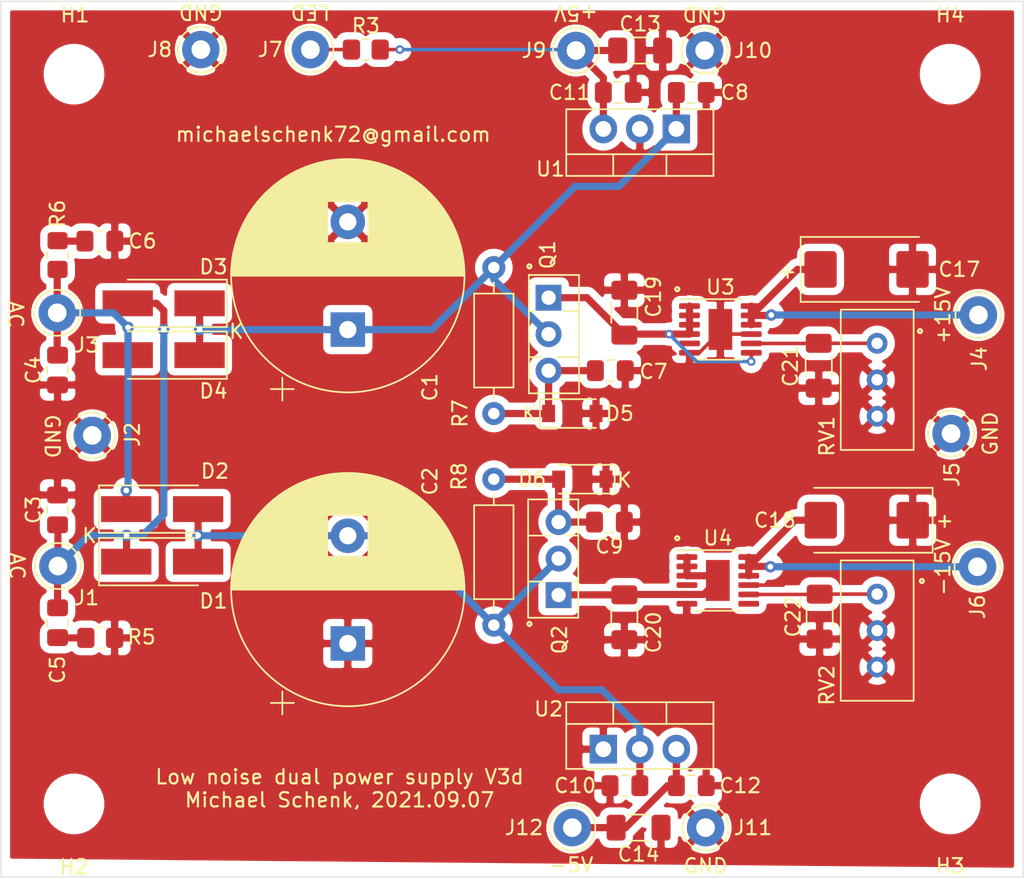
<source format=kicad_pcb>
(kicad_pcb (version 20171130) (host pcbnew "(5.1.10-1-10_14)")
  (layers (0 F.Cu signal) (31 B.Cu signal) (34 B.Paste user) (35 F.Paste user) (36 B.SilkS user) (37 F.SilkS user) (38 B.Mask user) (39 F.Mask user) (44 Edge.Cuts user))
  (net 0 "")
  (net 1 GND)
  (net 2 "Net-(C1-Pad1)")
  (net 3 "Net-(C4-Pad2)")
  (net 4 "Net-(C10-Pad2)")
  (net 5 "Net-(C11-Pad1)")
  (net 6 "Net-(C12-Pad2)")
  (net 7 "Net-(J7-Pad1)")
  (net 8 "Net-(C7-Pad1)")
  (net 9 "Net-(C9-Pad2)")
  (net 10 "Net-(C17-Pad1)")
  (net 11 "Net-(C18-Pad2)")
  (net 12 "Net-(C3-Pad1)")
  (net 13 "Net-(C5-Pad2)")
  (net 14 "Net-(C6-Pad2)")
  (net 15 "Net-(C19-Pad1)")
  (net 16 "Net-(C20-Pad2)")
  (net 17 "Net-(C21-Pad1)")
  (net 18 "Net-(C22-Pad2)")
  (module Capacitor_SMD:C_1206_3216Metric_Pad1.33x1.80mm_HandSolder (layer F.Cu) (at 124.3715 85.471 180)
    (fp_text reference C14 (at 0 -1.85) (layer F.SilkS))
    (fp_text value 10uF/25V)
    (pad 2 smd roundrect (at 1.5625 0 180) (size 1.325 1.8) (layers F.Cu F.Paste F.Mask) (roundrect_rratio 0.1886784905660377) (net 6 "Net-(C12-Pad2)"))
    (pad 1 smd roundrect (at -1.5625 0 180) (size 1.325 1.8) (layers F.Cu F.Paste F.Mask) (roundrect_rratio 0.1886784905660377) (net 1 GND))
  )
  (module Capacitor_SMD:C_1206_3216Metric_Pad1.33x1.80mm_HandSolder (layer F.Cu) (at 124.485 31.369)
    (fp_text reference C13 (at 0 -1.85) (layer F.SilkS))
    (fp_text value 10uF/25V)
    (pad 2 smd roundrect (at 1.5625 0) (size 1.325 1.8) (layers F.Cu F.Paste F.Mask) (roundrect_rratio 0.1886784905660377) (net 1 GND))
    (pad 1 smd roundrect (at -1.5625 0) (size 1.325 1.8) (layers F.Cu F.Paste F.Mask) (roundrect_rratio 0.1886784905660377) (net 5 "Net-(C11-Pad1)"))
  )
  (module Capacitor_SMD:C_0805_2012Metric_Pad1.18x1.45mm_HandSolder (layer F.Cu) (at 122.9575 34.29)
    (fp_text reference C11 (at -3.387 0) (layer F.SilkS))
    (fp_text value 100nF)
    (pad 2 smd roundrect (at 1.0375 0) (size 1.175 1.45) (layers F.Cu F.Paste F.Mask) (roundrect_rratio 0.2127659574468085) (net 1 GND))
    (pad 1 smd roundrect (at -1.0375 0) (size 1.175 1.45) (layers F.Cu F.Paste F.Mask) (roundrect_rratio 0.2127659574468085) (net 5 "Net-(C11-Pad1)"))
  )
  (module Resistor_THT:R_Axial_DIN0207_L6.3mm_D2.5mm_P10.16mm_Horizontal (layer F.Cu) (at 114.3 61.214 270)
    (fp_text reference R8 (at -0.1905 2.413 90) (layer F.SilkS))
    (fp_text value 430R/0.6W)
    (pad 2 thru_hole oval (at 10.16 0 270) (size 1.6 1.6) (drill 0.8) (layers *.Cu *.Mask) (net 4 "Net-(C10-Pad2)"))
    (pad 1 thru_hole circle (at 0 0 270) (size 1.6 1.6) (drill 0.8) (layers *.Cu *.Mask) (net 9 "Net-(C9-Pad2)"))
  )
  (module Resistor_THT:R_Axial_DIN0207_L6.3mm_D2.5mm_P10.16mm_Horizontal (layer F.Cu) (at 114.3 46.482 270)
    (fp_text reference R7 (at 10.16 2.3495 90) (layer F.SilkS))
    (fp_text value 430R/0.6W)
    (pad 2 thru_hole oval (at 10.16 0 270) (size 1.6 1.6) (drill 0.8) (layers *.Cu *.Mask) (net 8 "Net-(C7-Pad1)"))
    (pad 1 thru_hole circle (at 0 0 270) (size 1.6 1.6) (drill 0.8) (layers *.Cu *.Mask) (net 2 "Net-(C1-Pad1)"))
  )
  (module Resistor_SMD:R_0805_2012Metric_Pad1.20x1.40mm_HandSolder (layer F.Cu) (at 83.947 45.609 270)
    (fp_text reference R6 (at -2.8735 0 90) (layer F.SilkS))
    (fp_text value Rs/1/8W)
    (pad 2 smd roundrect (at 1 0 270) (size 1.2 1.4) (layers F.Cu F.Paste F.Mask) (roundrect_rratio 0.2083325) (net 3 "Net-(C4-Pad2)"))
    (pad 1 smd roundrect (at -1 0 270) (size 1.2 1.4) (layers F.Cu F.Paste F.Mask) (roundrect_rratio 0.2083325) (net 14 "Net-(C6-Pad2)"))
  )
  (module Resistor_SMD:R_0805_2012Metric_Pad1.20x1.40mm_HandSolder (layer F.Cu) (at 86.9155 72.263)
    (fp_text reference R5 (at 2.8735 -0.0635) (layer F.SilkS))
    (fp_text value Rs/1/8W)
    (pad 2 smd roundrect (at 1 0) (size 1.2 1.4) (layers F.Cu F.Paste F.Mask) (roundrect_rratio 0.2083325) (net 1 GND))
    (pad 1 smd roundrect (at -1 0) (size 1.2 1.4) (layers F.Cu F.Paste F.Mask) (roundrect_rratio 0.2083325) (net 13 "Net-(C5-Pad2)"))
  )
  (module Package_TO_SOT_THT:TO-126-3_Vertical (layer F.Cu) (at 118.8085 69.2785 90)
    (fp_text reference Q2 (at -3.1115 0.0635 90) (layer F.SilkS))
    (fp_text value BD140)
    (pad 3 thru_hole oval (at 5.08 0 90) (size 1.8 1.8) (drill 1) (layers *.Cu *.Mask) (net 9 "Net-(C9-Pad2)"))
    (pad 2 thru_hole oval (at 2.54 0 90) (size 1.8 1.8) (drill 1) (layers *.Cu *.Mask) (net 4 "Net-(C10-Pad2)"))
    (pad 1 thru_hole rect (at 0 0 90) (size 1.8 1.8) (drill 1) (layers *.Cu *.Mask) (net 16 "Net-(C20-Pad2)"))
  )
  (module Package_TO_SOT_THT:TO-126-3_Vertical (layer F.Cu) (at 118.11 48.5775 270)
    (fp_text reference Q1 (at -2.9845 0.0635 90) (layer F.SilkS))
    (fp_text value BD139)
    (pad 3 thru_hole oval (at 5.08 0 270) (size 1.8 1.8) (drill 1) (layers *.Cu *.Mask) (net 8 "Net-(C7-Pad1)"))
    (pad 2 thru_hole oval (at 2.54 0 270) (size 1.8 1.8) (drill 1) (layers *.Cu *.Mask) (net 2 "Net-(C1-Pad1)"))
    (pad 1 thru_hole rect (at 0 0 270) (size 1.8 1.8) (drill 1) (layers *.Cu *.Mask) (net 15 "Net-(C19-Pad1)"))
  )
  (module Diode_SMD:D_SOD-123 (layer F.Cu) (at 120.4585 61.214 180)
    (fp_text reference D6 (at 3.4915 0) (layer F.SilkS))
    (fp_text value MMSZ5247C/17V)
    (pad 2 smd rect (at 1.65 0 180) (size 0.9 1.2) (layers F.Cu F.Paste F.Mask) (net 9 "Net-(C9-Pad2)"))
    (pad 1 smd rect (at -1.65 0 180) (size 0.9 1.2) (layers F.Cu F.Paste F.Mask) (net 1 GND))
  )
  (module Diode_SMD:D_SOD-123 (layer F.Cu) (at 119.76 56.642)
    (fp_text reference D5 (at 3.303 0) (layer F.SilkS))
    (fp_text value MMSZ5247C/17V)
    (pad 2 smd rect (at 1.65 0) (size 0.9 1.2) (layers F.Cu F.Paste F.Mask) (net 1 GND))
    (pad 1 smd rect (at -1.65 0) (size 0.9 1.2) (layers F.Cu F.Paste F.Mask) (net 8 "Net-(C7-Pad1)"))
  )
  (module Capacitor_SMD:C_1206_3216Metric_Pad1.33x1.80mm_HandSolder (layer F.Cu) (at 136.9695 70.7775 90)
    (fp_text reference C22 (at 0 -1.85 90) (layer F.SilkS))
    (fp_text value 4.7uF/25V)
    (pad 2 smd roundrect (at 1.5625 0 90) (size 1.325 1.8) (layers F.Cu F.Paste F.Mask) (roundrect_rratio 0.1886784905660377) (net 18 "Net-(C22-Pad2)"))
    (pad 1 smd roundrect (at -1.5625 0 90) (size 1.325 1.8) (layers F.Cu F.Paste F.Mask) (roundrect_rratio 0.1886784905660377) (net 1 GND))
  )
  (module Capacitor_SMD:C_1206_3216Metric_Pad1.33x1.80mm_HandSolder (layer F.Cu) (at 136.906 53.315 270)
    (fp_text reference C21 (at 0.025 1.9685 90) (layer F.SilkS))
    (fp_text value 4.7uF/25V)
    (pad 2 smd roundrect (at 1.5625 0 270) (size 1.325 1.8) (layers F.Cu F.Paste F.Mask) (roundrect_rratio 0.1886784905660377) (net 1 GND))
    (pad 1 smd roundrect (at -1.5625 0 270) (size 1.325 1.8) (layers F.Cu F.Paste F.Mask) (roundrect_rratio 0.1886784905660377) (net 17 "Net-(C21-Pad1)"))
  )
  (module Capacitor_SMD:C_1206_3216Metric_Pad1.33x1.80mm_HandSolder (layer F.Cu) (at 123.3805 70.8275 90)
    (fp_text reference C20 (at -1.0545 2.032 90) (layer F.SilkS))
    (fp_text value 4.7uF/25V)
    (pad 2 smd roundrect (at 1.5625 0 90) (size 1.325 1.8) (layers F.Cu F.Paste F.Mask) (roundrect_rratio 0.1886784905660377) (net 16 "Net-(C20-Pad2)"))
    (pad 1 smd roundrect (at -1.5625 0 90) (size 1.325 1.8) (layers F.Cu F.Paste F.Mask) (roundrect_rratio 0.1886784905660377) (net 1 GND))
  )
  (module Capacitor_SMD:C_1206_3216Metric_Pad1.33x1.80mm_HandSolder (layer F.Cu) (at 123.3805 49.6185 90)
    (fp_text reference C19 (at 1.1045 2.032 90) (layer F.SilkS))
    (fp_text value 4.7uF/25V)
    (pad 2 smd roundrect (at 1.5625 0 90) (size 1.325 1.8) (layers F.Cu F.Paste F.Mask) (roundrect_rratio 0.1886784905660377) (net 1 GND))
    (pad 1 smd roundrect (at -1.5625 0 90) (size 1.325 1.8) (layers F.Cu F.Paste F.Mask) (roundrect_rratio 0.1886784905660377) (net 15 "Net-(C19-Pad1)"))
  )
  (module Capacitor_SMD:C_0805_2012Metric_Pad1.18x1.45mm_HandSolder (layer F.Cu) (at 122.343 64.1985 180)
    (fp_text reference C9 (at 0 -1.68) (layer F.SilkS))
    (fp_text value 100nF)
    (pad 2 smd roundrect (at 1.0375 0 180) (size 1.175 1.45) (layers F.Cu F.Paste F.Mask) (roundrect_rratio 0.2127659574468085) (net 9 "Net-(C9-Pad2)"))
    (pad 1 smd roundrect (at -1.0375 0 180) (size 1.175 1.45) (layers F.Cu F.Paste F.Mask) (roundrect_rratio 0.2127659574468085) (net 1 GND))
  )
  (module Capacitor_SMD:C_0805_2012Metric_Pad1.18x1.45mm_HandSolder (layer F.Cu) (at 122.4065 53.6575)
    (fp_text reference C7 (at 3.006 0.0635) (layer F.SilkS))
    (fp_text value 100nF)
    (pad 2 smd roundrect (at 1.0375 0) (size 1.175 1.45) (layers F.Cu F.Paste F.Mask) (roundrect_rratio 0.2127659574468085) (net 1 GND))
    (pad 1 smd roundrect (at -1.0375 0) (size 1.175 1.45) (layers F.Cu F.Paste F.Mask) (roundrect_rratio 0.2127659574468085) (net 8 "Net-(C7-Pad1)"))
  )
  (module Capacitor_SMD:C_0805_2012Metric_Pad1.18x1.45mm_HandSolder (layer F.Cu) (at 86.8895 44.6405 180)
    (fp_text reference C6 (at -2.963 0) (layer F.SilkS))
    (fp_text value Cs/50V)
    (pad 2 smd roundrect (at 1.0375 0 180) (size 1.175 1.45) (layers F.Cu F.Paste F.Mask) (roundrect_rratio 0.2127659574468085) (net 14 "Net-(C6-Pad2)"))
    (pad 1 smd roundrect (at -1.0375 0 180) (size 1.175 1.45) (layers F.Cu F.Paste F.Mask) (roundrect_rratio 0.2127659574468085) (net 1 GND))
  )
  (module Capacitor_SMD:C_0805_2012Metric_Pad1.18x1.45mm_HandSolder (layer F.Cu) (at 83.947 71.205 270)
    (fp_text reference C5 (at 3.2805 0 90) (layer F.SilkS))
    (fp_text value Cs/50V)
    (pad 2 smd roundrect (at 1.0375 0 270) (size 1.175 1.45) (layers F.Cu F.Paste F.Mask) (roundrect_rratio 0.2127659574468085) (net 13 "Net-(C5-Pad2)"))
    (pad 1 smd roundrect (at -1.0375 0 270) (size 1.175 1.45) (layers F.Cu F.Paste F.Mask) (roundrect_rratio 0.2127659574468085) (net 12 "Net-(C3-Pad1)"))
  )
  (module Capacitor_SMD:C_0805_2012Metric_Pad1.18x1.45mm_HandSolder (layer F.Cu) (at 83.947 53.6155 90)
    (fp_text reference C4 (at 0 -1.68 90) (layer F.SilkS))
    (fp_text value Cx/10nF/50V)
    (pad 2 smd roundrect (at 1.0375 0 90) (size 1.175 1.45) (layers F.Cu F.Paste F.Mask) (roundrect_rratio 0.2127659574468085) (net 3 "Net-(C4-Pad2)"))
    (pad 1 smd roundrect (at -1.0375 0 90) (size 1.175 1.45) (layers F.Cu F.Paste F.Mask) (roundrect_rratio 0.2127659574468085) (net 1 GND))
  )
  (module Capacitor_SMD:C_0805_2012Metric_Pad1.18x1.45mm_HandSolder (layer F.Cu) (at 83.947 63.3515 90)
    (fp_text reference C3 (at 0 -1.68 90) (layer F.SilkS))
    (fp_text value Cx/10nF/50V)
    (pad 2 smd roundrect (at 1.0375 0 90) (size 1.175 1.45) (layers F.Cu F.Paste F.Mask) (roundrect_rratio 0.2127659574468085) (net 1 GND))
    (pad 1 smd roundrect (at -1.0375 0 90) (size 1.175 1.45) (layers F.Cu F.Paste F.Mask) (roundrect_rratio 0.2127659574468085) (net 12 "Net-(C3-Pad1)"))
  )
  (module Capacitor_Tantalum_SMD:CP_EIA-7343-31_Kemet-D_Pad2.25x2.55mm_HandSolder (layer F.Cu) (at 140.2465 64.0715 180)
    (fp_text reference C18 (at 6.3885 0) (layer F.SilkS))
    (fp_text value 33uF)
    (pad 2 smd roundrect (at 3.2 0 180) (size 2.25 2.55) (layers F.Cu F.Paste F.Mask) (roundrect_rratio 0.1111106666666667) (net 11 "Net-(C18-Pad2)"))
    (pad 1 smd roundrect (at -3.2 0 180) (size 2.25 2.55) (layers F.Cu F.Paste F.Mask) (roundrect_rratio 0.1111106666666667) (net 1 GND))
  )
  (module Capacitor_Tantalum_SMD:CP_EIA-7343-31_Kemet-D_Pad2.25x2.55mm_HandSolder (layer F.Cu) (at 140.233 46.609)
    (fp_text reference C17 (at 6.452 0) (layer F.SilkS))
    (fp_text value 33uF)
    (pad 2 smd roundrect (at 3.2 0) (size 2.25 2.55) (layers F.Cu F.Paste F.Mask) (roundrect_rratio 0.1111106666666667) (net 1 GND))
    (pad 1 smd roundrect (at -3.2 0) (size 2.25 2.55) (layers F.Cu F.Paste F.Mask) (roundrect_rratio 0.1111106666666667) (net 10 "Net-(C17-Pad1)"))
  )
  (module Package_TO_SOT_THT:TO-220-3_Vertical (layer F.Cu) (at 121.92 80.01)
    (fp_text reference U2 (at -3.81 -2.794) (layer F.SilkS))
    (fp_text value LM7905_TO220)
    (pad 3 thru_hole oval (at 5.08 0) (size 1.905 2) (drill 1.1) (layers *.Cu *.Mask) (net 6 "Net-(C12-Pad2)"))
    (pad 2 thru_hole oval (at 2.54 0) (size 1.905 2) (drill 1.1) (layers *.Cu *.Mask) (net 4 "Net-(C10-Pad2)"))
    (pad 1 thru_hole rect (at 0 0) (size 1.905 2) (drill 1.1) (layers *.Cu *.Mask) (net 1 GND))
  )
  (module Package_TO_SOT_THT:TO-220-3_Vertical (layer F.Cu) (at 127 36.83 180)
    (fp_text reference U1 (at 8.763 -2.794) (layer F.SilkS))
    (fp_text value LM7805_TO220)
    (pad 3 thru_hole oval (at 5.08 0 180) (size 1.905 2) (drill 1.1) (layers *.Cu *.Mask) (net 5 "Net-(C11-Pad1)"))
    (pad 2 thru_hole oval (at 2.54 0 180) (size 1.905 2) (drill 1.1) (layers *.Cu *.Mask) (net 1 GND))
    (pad 1 thru_hole rect (at 0 0 180) (size 1.905 2) (drill 1.1) (layers *.Cu *.Mask) (net 2 "Net-(C1-Pad1)"))
  )
  (module Diode_SMD:D_SMA_Handsoldering (layer F.Cu) (at 91.3276 52.578 180)
    (fp_text reference D4 (at -3.4652 -2.5) (layer F.SilkS))
    (fp_text value BYG20D)
    (pad 2 smd rect (at 2.5 0 180) (size 3.5 1.8) (layers F.Cu F.Paste F.Mask) (net 3 "Net-(C4-Pad2)"))
    (pad 1 smd rect (at -2.5 0 180) (size 3.5 1.8) (layers F.Cu F.Paste F.Mask) (net 2 "Net-(C1-Pad1)"))
  )
  (module Diode_SMD:D_SMA_Handsoldering (layer F.Cu) (at 91.3276 48.9712 180)
    (fp_text reference D3 (at -3.4652 2.54) (layer F.SilkS))
    (fp_text value BYG20D)
    (pad 2 smd rect (at 2.5 0 180) (size 3.5 1.8) (layers F.Cu F.Paste F.Mask) (net 12 "Net-(C3-Pad1)"))
    (pad 1 smd rect (at -2.5 0 180) (size 3.5 1.8) (layers F.Cu F.Paste F.Mask) (net 2 "Net-(C1-Pad1)"))
  )
  (module Diode_SMD:D_SMA_Handsoldering (layer F.Cu) (at 91.226 63.2968)
    (fp_text reference D2 (at 3.6684 -2.6416) (layer F.SilkS))
    (fp_text value BYG20D)
    (pad 2 smd rect (at 2.5 0) (size 3.5 1.8) (layers F.Cu F.Paste F.Mask) (net 4 "Net-(C10-Pad2)"))
    (pad 1 smd rect (at -2.5 0) (size 3.5 1.8) (layers F.Cu F.Paste F.Mask) (net 3 "Net-(C4-Pad2)"))
  )
  (module Diode_SMD:D_SMA_Handsoldering (layer F.Cu) (at 91.226 66.9544)
    (fp_text reference D1 (at 3.5668 2.7432) (layer F.SilkS))
    (fp_text value BYG20D)
    (pad 2 smd rect (at 2.5 0) (size 3.5 1.8) (layers F.Cu F.Paste F.Mask) (net 4 "Net-(C10-Pad2)"))
    (pad 1 smd rect (at -2.5 0) (size 3.5 1.8) (layers F.Cu F.Paste F.Mask) (net 12 "Net-(C3-Pad1)"))
  )
  (module Package_SO:MSOP-12-1EP_3x4mm_P0.65mm_EP1.65x2.85mm (layer F.Cu) (at 129.8866 68.2619)
    (fp_text reference U4 (at 0 -2.95) (layer F.SilkS))
    (fp_text value LT3094xMSE)
    (pad 13 smd rect (at 0 0) (size 1.65 2.85) (layers F.Cu F.Mask) (net 16 "Net-(C20-Pad2)"))
    (pad 12 smd roundrect (at 2.15 -1.625) (size 1.45 0.4) (layers F.Cu F.Paste F.Mask) (net 11 "Net-(C18-Pad2)"))
    (pad 11 smd roundrect (at 2.15 -0.975) (size 1.45 0.4) (layers F.Cu F.Paste F.Mask) (net 11 "Net-(C18-Pad2)"))
    (pad 10 smd roundrect (at 2.15 -0.325) (size 1.45 0.4) (layers F.Cu F.Paste F.Mask) (net 11 "Net-(C18-Pad2)"))
    (pad 9 smd roundrect (at 2.15 0.325) (size 1.45 0.4) (layers F.Cu F.Paste F.Mask) (net 1 GND))
    (pad 8 smd roundrect (at 2.15 0.975) (size 1.45 0.4) (layers F.Cu F.Paste F.Mask) (net 18 "Net-(C22-Pad2)"))
    (pad 7 smd roundrect (at 2.15 1.625) (size 1.45 0.4) (layers F.Cu F.Paste F.Mask))
    (pad 6 smd roundrect (at -2.15 1.625) (size 1.45 0.4) (layers F.Cu F.Paste F.Mask) (net 1 GND))
    (pad 5 smd roundrect (at -2.15 0.975) (size 1.45 0.4) (layers F.Cu F.Paste F.Mask) (net 16 "Net-(C20-Pad2)"))
    (pad 4 smd roundrect (at -2.15 0.325) (size 1.45 0.4) (layers F.Cu F.Paste F.Mask))
    (pad 3 smd roundrect (at -2.15 -0.325) (size 1.45 0.4) (layers F.Cu F.Paste F.Mask) (net 16 "Net-(C20-Pad2)"))
    (pad 2 smd roundrect (at -2.15 -0.975) (size 1.45 0.4) (layers F.Cu F.Paste F.Mask) (net 16 "Net-(C20-Pad2)"))
    (pad 1 smd roundrect (at -2.15 -1.625) (size 1.45 0.4) (layers F.Cu F.Paste F.Mask) (net 16 "Net-(C20-Pad2)"))
  )
  (module Capacitor_THT:CP_Radial_D16.0mm_P7.50mm (layer F.Cu) (at 104.14 72.651 90)
    (fp_text reference C2 (at 11.2846 5.715 90) (layer F.SilkS))
    (fp_text value 2200uF)
    (pad 2 thru_hole circle (at 7.5 0 90) (size 2.4 2.4) (drill 1.2) (layers *.Cu *.Mask) (net 4 "Net-(C10-Pad2)"))
    (pad 1 thru_hole rect (at 0 0 90) (size 2.4 2.4) (drill 1.2) (layers *.Cu *.Mask) (net 1 GND))
  )
  (module Capacitor_THT:CP_Radial_D16.0mm_P7.50mm (layer F.Cu) (at 104.14 50.8 90)
    (fp_text reference C1 (at -4.0132 5.715 90) (layer F.SilkS))
    (fp_text value 2200uF)
    (pad 2 thru_hole circle (at 7.5 0 90) (size 2.4 2.4) (drill 1.2) (layers *.Cu *.Mask) (net 1 GND))
    (pad 1 thru_hole rect (at 0 0 90) (size 2.4 2.4) (drill 1.2) (layers *.Cu *.Mask) (net 2 "Net-(C1-Pad1)"))
  )
  (module Resistor_SMD:R_0805_2012Metric_Pad1.20x1.40mm_HandSolder (layer F.Cu) (at 105.394 31.3055)
    (fp_text reference R3 (at 0 -1.65) (layer F.SilkS))
    (fp_text value 240R)
    (pad 2 smd roundrect (at 1 0) (size 1.2 1.4) (layers F.Cu F.Paste F.Mask) (roundrect_rratio 0.2083325) (net 5 "Net-(C11-Pad1)"))
    (pad 1 smd roundrect (at -1 0) (size 1.2 1.4) (layers F.Cu F.Paste F.Mask) (roundrect_rratio 0.2083325) (net 7 "Net-(J7-Pad1)"))
  )
  (module Connector_Pin:Pin_D1.3mm_L11.0mm (layer F.Cu) (at 119.761 85.471)
    (fp_text reference J12 (at -3.3655 0) (layer F.SilkS))
    (fp_text value -5V)
    (pad 1 thru_hole circle (at 0 0) (size 2.6 2.6) (drill 1.3) (layers *.Cu *.Mask) (net 6 "Net-(C12-Pad2)"))
  )
  (module Connector_Pin:Pin_D1.3mm_L11.0mm (layer F.Cu) (at 129.032 85.471)
    (fp_text reference J11 (at 3.302 0) (layer F.SilkS))
    (fp_text value GND)
    (pad 1 thru_hole circle (at 0 0) (size 2.6 2.6) (drill 1.3) (layers *.Cu *.Mask) (net 1 GND))
  )
  (module Connector_Pin:Pin_D1.3mm_L11.0mm (layer F.Cu) (at 128.9685 31.369)
    (fp_text reference J10 (at 3.3655 0) (layer F.SilkS))
    (fp_text value GND)
    (pad 1 thru_hole circle (at 0 0) (size 2.6 2.6) (drill 1.3) (layers *.Cu *.Mask) (net 1 GND))
  )
  (module Connector_Pin:Pin_D1.3mm_L11.0mm (layer F.Cu) (at 120.015 31.369)
    (fp_text reference J9 (at -2.921 0 180) (layer F.SilkS))
    (fp_text value +5V)
    (pad 1 thru_hole circle (at 0 0) (size 2.6 2.6) (drill 1.3) (layers *.Cu *.Mask) (net 5 "Net-(C11-Pad1)"))
  )
  (module Connector_Pin:Pin_D1.3mm_L11.0mm (layer F.Cu) (at 93.9165 31.3055)
    (fp_text reference J8 (at -2.8575 0) (layer F.SilkS))
    (fp_text value GND)
    (pad 1 thru_hole circle (at 0 0) (size 2.6 2.6) (drill 1.3) (layers *.Cu *.Mask) (net 1 GND))
  )
  (module Connector_Pin:Pin_D1.3mm_L11.0mm (layer F.Cu) (at 101.5365 31.3055)
    (fp_text reference J7 (at -2.794 0) (layer F.SilkS))
    (fp_text value LED)
    (pad 1 thru_hole circle (at 0 0) (size 2.6 2.6) (drill 1.3) (layers *.Cu *.Mask) (net 7 "Net-(J7-Pad1)"))
  )
  (module Capacitor_SMD:C_0805_2012Metric_Pad1.18x1.45mm_HandSolder (layer F.Cu) (at 128.0375 82.55 180)
    (fp_text reference C12 (at -3.4075 0) (layer F.SilkS))
    (fp_text value 100nF)
    (pad 2 smd roundrect (at 1.0375 0 180) (size 1.175 1.45) (layers F.Cu F.Paste F.Mask) (roundrect_rratio 0.2127659574468085) (net 6 "Net-(C12-Pad2)"))
    (pad 1 smd roundrect (at -1.0375 0 180) (size 1.175 1.45) (layers F.Cu F.Paste F.Mask) (roundrect_rratio 0.2127659574468085) (net 1 GND))
  )
  (module Capacitor_SMD:C_0805_2012Metric_Pad1.18x1.45mm_HandSolder (layer F.Cu) (at 123.4225 82.55)
    (fp_text reference C10 (at -3.471 0) (layer F.SilkS))
    (fp_text value 330nF)
    (pad 2 smd roundrect (at 1.0375 0) (size 1.175 1.45) (layers F.Cu F.Paste F.Mask) (roundrect_rratio 0.2127659574468085) (net 4 "Net-(C10-Pad2)"))
    (pad 1 smd roundrect (at -1.0375 0) (size 1.175 1.45) (layers F.Cu F.Paste F.Mask) (roundrect_rratio 0.2127659574468085) (net 1 GND))
  )
  (module Capacitor_SMD:C_0805_2012Metric_Pad1.18x1.45mm_HandSolder (layer F.Cu) (at 128.0375 34.29)
    (fp_text reference C8 (at 3.0265 0) (layer F.SilkS))
    (fp_text value 330nF)
    (pad 2 smd roundrect (at 1.0375 0) (size 1.175 1.45) (layers F.Cu F.Paste F.Mask) (roundrect_rratio 0.2127659574468085) (net 1 GND))
    (pad 1 smd roundrect (at -1.0375 0) (size 1.175 1.45) (layers F.Cu F.Paste F.Mask) (roundrect_rratio 0.2127659574468085) (net 2 "Net-(C1-Pad1)"))
  )
  (module Potentiometer_THT:Potentiometer_Bourns_3296W_Vertical (layer F.Cu) (at 140.97 69.215 90)
    (fp_text reference RV2 (at -6.35 -3.4925 90) (layer F.SilkS))
    (fp_text value 200k)
    (pad 3 thru_hole circle (at -5.08 0 90) (size 1.44 1.44) (drill 0.8) (layers *.Cu *.Mask) (net 1 GND))
    (pad 2 thru_hole circle (at -2.54 0 90) (size 1.44 1.44) (drill 0.8) (layers *.Cu *.Mask) (net 1 GND))
    (pad 1 thru_hole circle (at 0 0 90) (size 1.44 1.44) (drill 0.8) (layers *.Cu *.Mask) (net 18 "Net-(C22-Pad2)"))
  )
  (module Package_SO:MSOP-12-1EP_3x4mm_P0.65mm_EP1.65x2.85mm (layer F.Cu) (at 130.0644 50.7879)
    (fp_text reference U3 (at 0 -2.95) (layer F.SilkS))
    (fp_text value LT3045xMSE)
    (pad 13 smd rect (at 0 0) (size 1.65 2.85) (layers F.Cu F.Mask) (net 1 GND))
    (pad 12 smd roundrect (at 2.15 -1.625) (size 1.45 0.4) (layers F.Cu F.Paste F.Mask) (net 10 "Net-(C17-Pad1)"))
    (pad 11 smd roundrect (at 2.15 -0.975) (size 1.45 0.4) (layers F.Cu F.Paste F.Mask) (net 10 "Net-(C17-Pad1)"))
    (pad 10 smd roundrect (at 2.15 -0.325) (size 1.45 0.4) (layers F.Cu F.Paste F.Mask) (net 10 "Net-(C17-Pad1)"))
    (pad 9 smd roundrect (at 2.15 0.325) (size 1.45 0.4) (layers F.Cu F.Paste F.Mask) (net 1 GND))
    (pad 8 smd roundrect (at 2.15 0.975) (size 1.45 0.4) (layers F.Cu F.Paste F.Mask) (net 17 "Net-(C21-Pad1)"))
    (pad 7 smd roundrect (at 2.15 1.625) (size 1.45 0.4) (layers F.Cu F.Paste F.Mask) (net 15 "Net-(C19-Pad1)"))
    (pad 6 smd roundrect (at -2.15 1.625) (size 1.45 0.4) (layers F.Cu F.Paste F.Mask) (net 1 GND))
    (pad 5 smd roundrect (at -2.15 0.975) (size 1.45 0.4) (layers F.Cu F.Paste F.Mask))
    (pad 4 smd roundrect (at -2.15 0.325) (size 1.45 0.4) (layers F.Cu F.Paste F.Mask) (net 15 "Net-(C19-Pad1)"))
    (pad 3 smd roundrect (at -2.15 -0.325) (size 1.45 0.4) (layers F.Cu F.Paste F.Mask) (net 15 "Net-(C19-Pad1)"))
    (pad 2 smd roundrect (at -2.15 -0.975) (size 1.45 0.4) (layers F.Cu F.Paste F.Mask) (net 15 "Net-(C19-Pad1)"))
    (pad 1 smd roundrect (at -2.15 -1.625) (size 1.45 0.4) (layers F.Cu F.Paste F.Mask) (net 15 "Net-(C19-Pad1)"))
  )
  (module Potentiometer_THT:Potentiometer_Bourns_3296W_Vertical (layer F.Cu) (at 140.97 51.7525 90)
    (fp_text reference RV1 (at -6.477 -3.4925 90) (layer F.SilkS))
    (fp_text value 200k)
    (pad 3 thru_hole circle (at -5.08 0 90) (size 1.44 1.44) (drill 0.8) (layers *.Cu *.Mask) (net 1 GND))
    (pad 2 thru_hole circle (at -2.54 0 90) (size 1.44 1.44) (drill 0.8) (layers *.Cu *.Mask) (net 1 GND))
    (pad 1 thru_hole circle (at 0 0 90) (size 1.44 1.44) (drill 0.8) (layers *.Cu *.Mask) (net 17 "Net-(C21-Pad1)"))
  )
  (module Connector_Pin:Pin_D1.3mm_L11.0mm (layer F.Cu) (at 147.955 67.31)
    (fp_text reference J6 (at 0 2.794 90) (layer F.SilkS))
    (fp_text value -15V)
    (pad 1 thru_hole circle (at 0 0) (size 2.6 2.6) (drill 1.3) (layers *.Cu *.Mask) (net 11 "Net-(C18-Pad2)"))
  )
  (module Connector_Pin:Pin_D1.3mm_L11.0mm (layer F.Cu) (at 146.1135 58.039)
    (fp_text reference J5 (at 0.0635 2.8575 90) (layer F.SilkS))
    (fp_text value GND)
    (pad 1 thru_hole circle (at 0 0) (size 2.6 2.6) (drill 1.3) (layers *.Cu *.Mask) (net 1 GND))
  )
  (module Connector_Pin:Pin_D1.3mm_L11.0mm (layer F.Cu) (at 148.0185 49.784)
    (fp_text reference J4 (at 0.0635 3.048 90) (layer F.SilkS))
    (fp_text value +15V)
    (pad 1 thru_hole circle (at 0 0) (size 2.6 2.6) (drill 1.3) (layers *.Cu *.Mask) (net 10 "Net-(C17-Pad1)"))
  )
  (module Connector_Pin:Pin_D1.3mm_L11.0mm (layer F.Cu) (at 83.9216 49.6316)
    (fp_text reference J3 (at 2.0574 2.2479 180) (layer F.SilkS))
    (fp_text value AC)
    (pad 1 thru_hole circle (at 0 0) (size 2.6 2.6) (drill 1.3) (layers *.Cu *.Mask) (net 3 "Net-(C4-Pad2)"))
  )
  (module Connector_Pin:Pin_D1.3mm_L11.0mm (layer F.Cu) (at 86.36 58.166)
    (fp_text reference J2 (at 2.794 -0.0635 270) (layer F.SilkS))
    (fp_text value GND)
    (pad 1 thru_hole circle (at 0 0) (size 2.6 2.6) (drill 1.3) (layers *.Cu *.Mask) (net 1 GND))
  )
  (module Connector_Pin:Pin_D1.3mm_L11.0mm (layer F.Cu) (at 83.9724 67.2592)
    (fp_text reference J1 (at 2.0066 2.2098) (layer F.SilkS))
    (fp_text value AC)
    (pad 1 thru_hole circle (at 0 0) (size 2.6 2.6) (drill 1.3) (layers *.Cu *.Mask) (net 12 "Net-(C3-Pad1)"))
  )
  (module MountingHole:MountingHole_3.2mm_M3 (layer F.Cu) (at 146.05 33.02)
    (fp_text reference H4 (at 0 -4.1275) (layer F.SilkS))
    (fp_text value MountingHole)
    (pad 1 np_thru_hole circle (at 0 0) (size 3.2 3.2) (drill 3.2) (layers *.Cu *.Mask))
  )
  (module MountingHole:MountingHole_3.2mm_M3 (layer F.Cu) (at 146.05 83.82)
    (fp_text reference H3 (at 0 4.318) (layer F.SilkS))
    (fp_text value MountingHole)
    (pad 1 np_thru_hole circle (at 0 0) (size 3.2 3.2) (drill 3.2) (layers *.Cu *.Mask))
  )
  (module MountingHole:MountingHole_3.2mm_M3 (layer F.Cu) (at 85.09 83.82)
    (fp_text reference H2 (at 0 4.3815) (layer F.SilkS))
    (fp_text value MountingHole)
    (pad 1 np_thru_hole circle (at 0 0) (size 3.2 3.2) (drill 3.2) (layers *.Cu *.Mask))
  )
  (module MountingHole:MountingHole_3.2mm_M3 (layer F.Cu) (at 85.09 33.02)
    (fp_text reference H1 (at 0.0635 -4.1275) (layer F.SilkS))
    (fp_text value MountingHole)
    (pad 1 np_thru_hole circle (at 0 0) (size 3.2 3.2) (drill 3.2) (layers *.Cu *.Mask))
  )
  (gr_text ° (at 116.7765 71.6915) (layer F.SilkS) (effects (font (size 1 1))))
  (gr_text ° (at 116.7765 46.7995) (layer F.SilkS) (effects (font (size 1 1))))
  (gr_text + (at 145.669 64.0715) (layer F.SilkS) (effects (font (size 1 1))))
  (gr_text + (at 134.747 46.736) (layer F.SilkS) (effects (font (size 1 1))))
  (gr_text ° (at 144.0815 68.707) (layer F.SilkS) (effects (font (size 1 1))))
  (gr_text ° (at 143.9545 51.308) (layer F.SilkS) (effects (font (size 1 1))))
  (gr_text ° (at 127.0635 65.7225) (layer F.SilkS) (effects (font (size 1 1))))
  (gr_text ° (at 127.0635 48.387) (layer F.SilkS) (effects (font (size 1 1))))
  (gr_text K (at 123.3805 61.2775) (layer F.SilkS) (effects (font (size 1 1))))
  (gr_text K (at 116.7765 56.642) (layer F.SilkS) (effects (font (size 1 1))))
  (gr_text K (at 86.1695 65.151) (layer F.SilkS) (effects (font (size 1 1))))
  (gr_text K (at 96.393 50.927) (layer F.SilkS) (effects (font (size 1 1))))
  (gr_text "Low noise dual power supply V3d\nMichael Schenk, 2021.09.07" (at 103.5685 82.7405) (layer F.SilkS) (effects (font (size 1 1))))
  (gr_text GND (at 128.9685 28.829 180) (layer F.SilkS) (effects (font (size 1 1))))
  (gr_text +5V (at 120.015 28.7655 180) (layer F.SilkS) (effects (font (size 1 1))))
  (gr_text -5V (at 119.6975 88.0745) (layer F.SilkS) (effects (font (size 1 1))))
  (gr_text GND (at 129.032 88.138) (layer F.SilkS) (effects (font (size 1 1))))
  (gr_text GND (at 93.9165 28.702 180) (layer F.SilkS) (effects (font (size 1 1))))
  (gr_text LED (at 101.5365 28.702 180) (layer F.SilkS) (effects (font (size 1 1))))
  (gr_line (start 80.01 27.94) (end 80.01 88.9) (layer Edge.Cuts) (width 0.05))
  (gr_line (start 151.13 27.94) (end 80.01 27.94) (layer Edge.Cuts) (width 0.05))
  (gr_line (start 151.13 88.9) (end 151.13 27.94) (layer Edge.Cuts) (width 0.05))
  (gr_line (start 80.01 88.9) (end 151.13 88.9) (layer Edge.Cuts) (width 0.05))
  (gr_text michaelschenk72@gmail.com (at 103.124 37.211) (layer F.SilkS) (effects (font (size 1 1))))
  (gr_text GND (at 83.566 58.2295 270) (layer F.SilkS) (effects (font (size 1 1))))
  (gr_text AC (at 81.1276 67.2592 270) (layer F.SilkS) (effects (font (size 1 1))))
  (gr_text AC (at 81.026 49.7332 270) (layer F.SilkS) (effects (font (size 1 1))))
  (gr_text -15V (at 145.542 67.31 90) (layer F.SilkS) (effects (font (size 1 1))))
  (gr_text GND (at 148.844 58.039 90) (layer F.SilkS) (effects (font (size 1 1))))
  (gr_text +15V (at 145.542 49.784 90) (layer F.SilkS) (effects (font (size 1 1))))
  (segment (start 130.0644 50.9879) (end 130.0644 50.7879) (width 0.25) (layer F.Cu) (net 1))
  (segment (start 130.3894 51.1129) (end 130.0644 50.7879) (width 0.25) (layer F.Cu) (net 1))
  (segment (start 132.2144 51.1129) (end 130.3894 51.1129) (width 0.25) (layer F.Cu) (net 1))
  (segment (start 130.0644 50.938958) (end 130.0644 50.7879) (width 0.25) (layer F.Cu) (net 1))
  (segment (start 128.590458 52.4129) (end 130.0644 50.938958) (width 0.25) (layer F.Cu) (net 1))
  (segment (start 127.9144 52.4129) (end 128.590458 52.4129) (width 0.25) (layer F.Cu) (net 1))
  (segment (start 127.7112 69.96231) (end 127.7366 69.93691) (width 0.5) (layer F.Cu) (net 1))
  (segment (start 132.0805 68.6308) (end 132.0366 68.5869) (width 0.25) (layer F.Cu) (net 1))
  (segment (start 127.7112 71.0692) (end 127.7112 69.96231) (width 0.5) (layer F.Cu) (net 1))
  (segment (start 132.0366 68.5869) (end 134.4226 68.5869) (width 0.25) (layer F.Cu) (net 1))
  (segment (start 134.4226 68.5869) (end 136.5885 66.421) (width 0.25) (layer F.Cu) (net 1))
  (segment (start 93.8276 52.244) (end 93.7984 52.2732) (width 0.5) (layer F.Cu) (net 2))
  (via (at 93.8276 50.8) (size 0.8) (drill 0.4) (layers F.Cu B.Cu) (net 2))
  (segment (start 93.8276 50.8) (end 93.8276 48.9712) (width 0.5) (layer F.Cu) (net 2))
  (segment (start 93.8276 50.8) (end 93.8276 52.578) (width 0.5) (layer F.Cu) (net 2))
  (segment (start 109.982 50.8) (end 114.3 46.482) (width 0.5) (layer B.Cu) (net 2))
  (segment (start 104.14 50.8) (end 109.982 50.8) (width 0.5) (layer B.Cu) (net 2))
  (segment (start 114.3 47.3075) (end 114.3 46.482) (width 0.5) (layer B.Cu) (net 2))
  (segment (start 118.11 51.1175) (end 114.3 47.3075) (width 0.5) (layer B.Cu) (net 2))
  (segment (start 127 36.83) (end 127 34.29) (width 0.5) (layer F.Cu) (net 2))
  (segment (start 114.3 46.482) (end 119.9515 40.8305) (width 0.5) (layer B.Cu) (net 2))
  (segment (start 122.9995 40.8305) (end 127 36.83) (width 0.5) (layer B.Cu) (net 2))
  (segment (start 119.9515 40.8305) (end 122.9995 40.8305) (width 0.5) (layer B.Cu) (net 2))
  (segment (start 104.14 50.8) (end 93.8276 50.8) (width 0.5) (layer B.Cu) (net 2))
  (segment (start 88.726 63.2968) (end 88.726 61.9976) (width 0.5) (layer F.Cu) (net 3))
  (segment (start 87.8332 49.6316) (end 88.8492 50.6476) (width 0.5) (layer B.Cu) (net 3))
  (via (at 88.8492 50.6476) (size 0.8) (drill 0.4) (layers F.Cu B.Cu) (net 3))
  (segment (start 83.9216 49.6316) (end 87.8332 49.6316) (width 0.5) (layer B.Cu) (net 3))
  (segment (start 88.8492 52.5564) (end 88.8276 52.578) (width 0.5) (layer F.Cu) (net 3))
  (segment (start 88.8492 50.6476) (end 88.8492 52.5564) (width 0.5) (layer F.Cu) (net 3))
  (via (at 88.726 61.9976) (size 0.8) (drill 0.4) (layers F.Cu B.Cu) (net 3))
  (segment (start 88.8492 61.8744) (end 88.726 61.9976) (width 0.5) (layer B.Cu) (net 3))
  (segment (start 88.8492 50.6476) (end 88.8492 61.8744) (width 0.5) (layer B.Cu) (net 3))
  (segment (start 83.9216 52.5526) (end 83.947 52.578) (width 0.5) (layer F.Cu) (net 3))
  (segment (start 83.9216 49.6316) (end 83.9216 52.5526) (width 0.5) (layer F.Cu) (net 3))
  (segment (start 83.9216 46.6344) (end 83.947 46.609) (width 0.5) (layer F.Cu) (net 3))
  (segment (start 83.9216 49.6316) (end 83.9216 46.6344) (width 0.5) (layer F.Cu) (net 3))
  (via (at 93.726 65.1256) (size 0.8) (drill 0.4) (layers F.Cu B.Cu) (net 4))
  (segment (start 93.726 65.1256) (end 93.726 63.2968) (width 0.5) (layer F.Cu) (net 4))
  (segment (start 93.726 65.1256) (end 93.726 66.9544) (width 0.5) (layer F.Cu) (net 4))
  (segment (start 124.46 82.55) (end 124.46 80.01) (width 0.5) (layer F.Cu) (net 4))
  (segment (start 108.077 65.151) (end 114.3 71.374) (width 0.5) (layer B.Cu) (net 4))
  (segment (start 104.14 65.151) (end 108.077 65.151) (width 0.5) (layer B.Cu) (net 4))
  (segment (start 114.3 71.247) (end 114.3 71.374) (width 0.5) (layer B.Cu) (net 4))
  (segment (start 118.8085 66.7385) (end 114.3 71.247) (width 0.5) (layer B.Cu) (net 4))
  (segment (start 114.3 71.374) (end 118.8085 75.8825) (width 0.5) (layer B.Cu) (net 4))
  (segment (start 124.46 78.51) (end 124.46 80.01) (width 0.5) (layer B.Cu) (net 4))
  (segment (start 121.8325 75.8825) (end 124.46 78.51) (width 0.5) (layer B.Cu) (net 4))
  (segment (start 118.8085 75.8825) (end 121.8325 75.8825) (width 0.5) (layer B.Cu) (net 4))
  (segment (start 93.7514 65.151) (end 93.726 65.1256) (width 0.5) (layer B.Cu) (net 4))
  (segment (start 104.14 65.151) (end 93.7514 65.151) (width 0.5) (layer B.Cu) (net 4))
  (via (at 107.7595 31.3055) (size 0.6) (drill 0.3) (layers F.Cu B.Cu) (net 5))
  (segment (start 106.394 31.3055) (end 107.7595 31.3055) (width 0.25) (layer F.Cu) (net 5))
  (segment (start 119.9515 31.3055) (end 120.015 31.369) (width 0.25) (layer B.Cu) (net 5))
  (segment (start 107.7595 31.3055) (end 119.9515 31.3055) (width 0.25) (layer B.Cu) (net 5))
  (segment (start 121.92 36.83) (end 121.92 34.29) (width 0.5) (layer F.Cu) (net 5))
  (segment (start 120.015 31.369) (end 122.9225 31.369) (width 0.5) (layer F.Cu) (net 5))
  (segment (start 121.92 34.29) (end 121.92 33.274) (width 0.5) (layer F.Cu) (net 5))
  (segment (start 121.92 33.274) (end 120.015 31.369) (width 0.5) (layer F.Cu) (net 5))
  (segment (start 127 82.55) (end 127 80.01) (width 0.5) (layer F.Cu) (net 6))
  (segment (start 126.3925 82.55) (end 127 82.55) (width 0.5) (layer F.Cu) (net 6))
  (segment (start 123.4715 85.471) (end 126.3925 82.55) (width 0.5) (layer F.Cu) (net 6))
  (segment (start 122.809 85.471) (end 123.4715 85.471) (width 0.5) (layer F.Cu) (net 6))
  (segment (start 122.809 85.471) (end 119.761 85.471) (width 0.5) (layer F.Cu) (net 6))
  (segment (start 104.394 31.3055) (end 101.5365 31.3055) (width 0.25) (layer F.Cu) (net 7))
  (segment (start 121.369 53.6575) (end 118.11 53.6575) (width 0.5) (layer F.Cu) (net 8))
  (segment (start 118.11 53.6575) (end 118.11 56.642) (width 0.5) (layer F.Cu) (net 8))
  (segment (start 118.11 56.642) (end 114.3 56.642) (width 0.5) (layer F.Cu) (net 8))
  (segment (start 114.3 61.214) (end 118.8085 61.214) (width 0.5) (layer F.Cu) (net 9))
  (segment (start 118.8085 61.214) (end 118.8085 64.1985) (width 0.5) (layer F.Cu) (net 9))
  (segment (start 118.8085 64.1985) (end 121.3055 64.1985) (width 0.5) (layer F.Cu) (net 9))
  (segment (start 132.2144 49.1629) (end 132.2144 50.4629) (width 0.5) (layer F.Cu) (net 10))
  (segment (start 147.9931 49.8094) (end 148.0185 49.784) (width 0.5) (layer B.Cu) (net 10))
  (segment (start 135.4183 46.609) (end 132.2144 49.8129) (width 0.5) (layer F.Cu) (net 10))
  (segment (start 137.033 46.609) (end 135.4183 46.609) (width 0.5) (layer F.Cu) (net 10))
  (via (at 133.604 49.784) (size 0.8) (drill 0.4) (layers F.Cu B.Cu) (net 10))
  (segment (start 133.5751 49.8129) (end 133.604 49.784) (width 0.5) (layer F.Cu) (net 10))
  (segment (start 132.2144 49.8129) (end 133.5751 49.8129) (width 0.5) (layer F.Cu) (net 10))
  (segment (start 133.604 49.784) (end 148.0185 49.784) (width 0.5) (layer B.Cu) (net 10))
  (segment (start 132.0385 67.285) (end 132.0366 67.2869) (width 0.5) (layer F.Cu) (net 11))
  (segment (start 132.0366 66.6369) (end 132.0366 67.9369) (width 0.5) (layer F.Cu) (net 11))
  (segment (start 147.9296 67.2846) (end 147.955 67.31) (width 0.5) (layer B.Cu) (net 11))
  (segment (start 135.252 64.0715) (end 132.0366 67.2869) (width 0.5) (layer F.Cu) (net 11))
  (segment (start 137.0465 64.0715) (end 135.252 64.0715) (width 0.5) (layer F.Cu) (net 11))
  (via (at 133.5405 67.31) (size 0.8) (drill 0.4) (layers F.Cu B.Cu) (net 11))
  (segment (start 133.5174 67.2869) (end 133.5405 67.31) (width 0.5) (layer F.Cu) (net 11))
  (segment (start 132.0366 67.2869) (end 133.5174 67.2869) (width 0.5) (layer F.Cu) (net 11))
  (segment (start 133.5405 67.31) (end 147.955 67.31) (width 0.5) (layer B.Cu) (net 11))
  (segment (start 83.9724 67.2592) (end 86.106 65.1256) (width 0.5) (layer B.Cu) (net 12))
  (via (at 88.7476 65.1256) (size 0.8) (drill 0.4) (layers F.Cu B.Cu) (net 12))
  (segment (start 86.106 65.1256) (end 88.7476 65.1256) (width 0.5) (layer B.Cu) (net 12))
  (segment (start 88.7476 66.9328) (end 88.726 66.9544) (width 0.5) (layer F.Cu) (net 12))
  (segment (start 88.7476 65.1256) (end 88.7476 66.9328) (width 0.5) (layer F.Cu) (net 12))
  (segment (start 88.7476 65.1256) (end 89.8652 65.1256) (width 0.5) (layer B.Cu) (net 12))
  (via (at 91.3384 50.8) (size 0.8) (drill 0.4) (layers F.Cu B.Cu) (net 12))
  (segment (start 91.3384 63.6524) (end 91.3384 50.8) (width 0.5) (layer B.Cu) (net 12))
  (segment (start 89.8652 65.1256) (end 91.3384 63.6524) (width 0.5) (layer B.Cu) (net 12))
  (segment (start 91.3384 50.8) (end 91.3384 49.4792) (width 0.5) (layer F.Cu) (net 12))
  (segment (start 90.8304 48.9712) (end 88.8276 48.9712) (width 0.5) (layer F.Cu) (net 12))
  (segment (start 91.3384 49.4792) (end 90.8304 48.9712) (width 0.5) (layer F.Cu) (net 12))
  (segment (start 83.9724 64.4779) (end 83.8835 64.389) (width 0.5) (layer F.Cu) (net 12))
  (segment (start 83.9724 64.4144) (end 83.947 64.389) (width 0.5) (layer F.Cu) (net 12))
  (segment (start 83.9724 67.2592) (end 83.9724 64.4144) (width 0.5) (layer F.Cu) (net 12))
  (segment (start 83.947 67.2846) (end 83.9724 67.2592) (width 0.5) (layer F.Cu) (net 12))
  (segment (start 83.947 70.1675) (end 83.947 67.2846) (width 0.5) (layer F.Cu) (net 12))
  (segment (start 83.9675 72.263) (end 83.947 72.2425) (width 0.5) (layer F.Cu) (net 13))
  (segment (start 85.9155 72.263) (end 83.9675 72.263) (width 0.5) (layer F.Cu) (net 13))
  (segment (start 83.9785 44.6405) (end 83.947 44.609) (width 0.5) (layer F.Cu) (net 14))
  (segment (start 85.852 44.6405) (end 83.9785 44.6405) (width 0.5) (layer F.Cu) (net 14))
  (via (at 132.207 53.0225) (size 0.6) (drill 0.3) (layers F.Cu B.Cu) (net 15))
  (segment (start 132.2144 53.0151) (end 132.207 53.0225) (width 0.25) (layer F.Cu) (net 15))
  (segment (start 132.2144 52.4129) (end 132.2144 53.0151) (width 0.25) (layer F.Cu) (net 15))
  (segment (start 127.826994 51.200306) (end 127.9144 51.1129) (width 0.25) (layer F.Cu) (net 15))
  (segment (start 127.9098 51.1175) (end 127.9144 51.1129) (width 0.25) (layer F.Cu) (net 15))
  (segment (start 127.9136 49.1621) (end 127.9144 49.1629) (width 0.5) (layer F.Cu) (net 15))
  (segment (start 127.9144 49.1629) (end 127.9144 51.1129) (width 0.5) (layer F.Cu) (net 15))
  (segment (start 123.4486 51.1129) (end 123.3805 51.181) (width 0.5) (layer F.Cu) (net 15))
  (segment (start 120.777 48.5775) (end 123.3805 51.181) (width 0.5) (layer F.Cu) (net 15))
  (segment (start 118.11 48.5775) (end 120.777 48.5775) (width 0.5) (layer F.Cu) (net 15))
  (via (at 126.4966 51.1129) (size 0.6) (drill 0.3) (layers F.Cu B.Cu) (net 15))
  (segment (start 132.207 53.0225) (end 128.4062 53.0225) (width 0.25) (layer B.Cu) (net 15))
  (segment (start 128.4062 53.0225) (end 126.4966 51.1129) (width 0.25) (layer B.Cu) (net 15))
  (segment (start 127.9144 51.1129) (end 126.4966 51.1129) (width 0.5) (layer F.Cu) (net 15))
  (segment (start 126.4966 51.1129) (end 123.4486 51.1129) (width 0.5) (layer F.Cu) (net 15))
  (segment (start 127.7366 66.6369) (end 127.7366 67.9369) (width 0.5) (layer F.Cu) (net 16))
  (segment (start 129.56159 67.93689) (end 127.7366 67.93689) (width 0.5) (layer F.Cu) (net 16))
  (segment (start 129.8866 68.2619) (end 129.56159 67.93689) (width 0.5) (layer F.Cu) (net 16))
  (segment (start 128.9116 69.2369) (end 129.8866 68.2619) (width 0.5) (layer F.Cu) (net 16))
  (segment (start 127.7366 69.2369) (end 128.9116 69.2369) (width 0.5) (layer F.Cu) (net 16))
  (segment (start 123.4086 69.2369) (end 123.3805 69.265) (width 0.5) (layer F.Cu) (net 16))
  (segment (start 127.7366 69.2369) (end 123.4086 69.2369) (width 0.5) (layer F.Cu) (net 16))
  (segment (start 118.822 69.265) (end 118.8085 69.2785) (width 0.5) (layer F.Cu) (net 16))
  (segment (start 123.3805 69.265) (end 118.822 69.265) (width 0.5) (layer F.Cu) (net 16))
  (segment (start 132.2294 51.7779) (end 132.2144 51.7629) (width 0.25) (layer F.Cu) (net 17))
  (segment (start 136.8956 51.7629) (end 136.906 51.7525) (width 0.25) (layer F.Cu) (net 17))
  (segment (start 132.2144 51.7629) (end 136.8956 51.7629) (width 0.25) (layer F.Cu) (net 17))
  (segment (start 136.906 51.7525) (end 140.97 51.7525) (width 0.25) (layer F.Cu) (net 17))
  (segment (start 136.9476 69.2369) (end 136.9695 69.215) (width 0.25) (layer F.Cu) (net 18))
  (segment (start 132.0366 69.2369) (end 136.9476 69.2369) (width 0.25) (layer F.Cu) (net 18))
  (segment (start 136.9695 69.215) (end 140.97 69.215) (width 0.25) (layer F.Cu) (net 18))
  (zone (net 1) (net_name GND) (layer F.Cu) (connect_pads (clearance 0.508)) (min_thickness 0.254) (fill yes (arc_segments 32) (thermal_gap 0.508) (thermal_bridge_width 0.508))
    (polygon (pts (xy 150.495 88.265) (xy 80.645 87.63) (xy 80.645 28.575) (xy 150.495 28.575)))
  )
)
</source>
